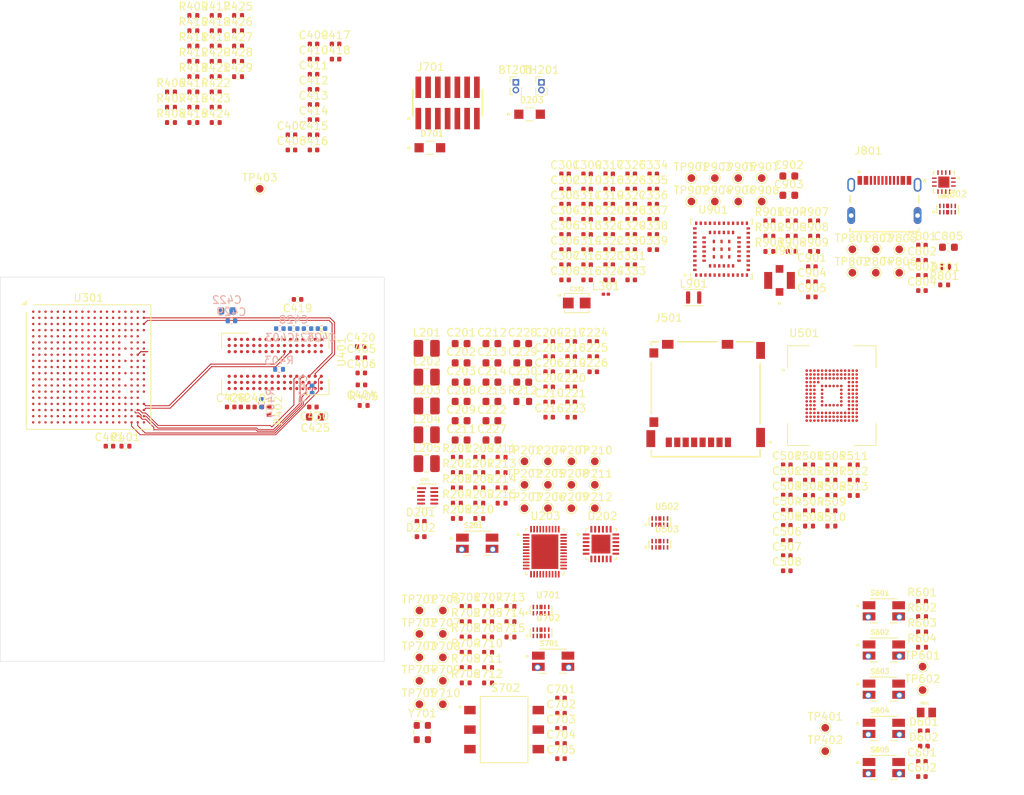
<source format=kicad_pcb>
(kicad_pcb (version 20241229) (generator "pcbnew") (generator_version "9.0")
  (layers (0 "F.Cu" signal) (2 "B.Cu" signal) (13 "F.Paste" user) (15 "B.Paste" user) (5 "F.SilkS" user "F.Silkscreen") (7 "B.SilkS" user "B.Silkscreen") (1 "F.Mask" user) (3 "B.Mask" user) (25 "Edge.Cuts" user))
  (net 0 "")
  (net 1 "GND")
  (net 2 "VDD_USB")
  (net 3 "VDDA")
  (net 4 "3V3")
  (net 5 "VIN")
  (net 6 "VTT_DDR")
  (net 7 "VREF_DDR")
  (net 8 "VDD_DDR")
  (net 9 "VDD_CORE")
  (net 10 "VDD")
  (net 11 "/RCC_BOOT_RST_DEBUG/OSC_IN")
  (net 12 "NRST")
  (net 13 "+BATT")
  (net 14 "V_USB")
  (net 15 "/PWR/REGN")
  (net 16 "PWR_SW_WAKE_UP")
  (net 17 "CHRG_NPG")
  (net 18 "CHRG_STAT")
  (net 19 "SDMMC3_CMD")
  (net 20 "SDMMC3_D0")
  (net 21 "SDMMC3_D1")
  (net 22 "SDMMC3_D2")
  (net 23 "CHRG_OFF")
  (net 24 "PWR_ON")
  (net 25 "/RCC_BOOT_RST_DEBUG/T_JTMS{slash}T_SWDIO")
  (net 26 "/RCC_BOOT_RST_DEBUG/T_JCLK{slash}T_SWCLK")
  (net 27 "/RCC_BOOT_RST_DEBUG/T_JTDO{slash}T_SWO")
  (net 28 "/RCC_BOOT_RST_DEBUG/T_JTDI{slash}NC")
  (net 29 "UART4_RX_STM")
  (net 30 "UART4_TX_STM")
  (net 31 "USB_D-")
  (net 32 "USB_D+")
  (net 33 "USB_CC2")
  (net 34 "USB_CC1")
  (net 35 "/DDR/DDR_A9")
  (net 36 "PMIC_PA0_WKUP_INTR")
  (net 37 "/DDR/DDR_DQ1")
  (net 38 "SDMMC1_D1")
  (net 39 "uSD_DETECT")
  (net 40 "/DDR/DDR_DQ4")
  (net 41 "/DDR/DDR_DQ12")
  (net 42 "/DDR/DDR_A7")
  (net 43 "/DDR/DDR_DQ7")
  (net 44 "/DDR/DDR_A5")
  (net 45 "/DDR/DDR_A4")
  (net 46 "/DDR/DDR_DQ8")
  (net 47 "SDMMC1_D0")
  (net 48 "/DDR/DDR_BA0")
  (net 49 "/DDR/DDR_A1")
  (net 50 "/DDR/DDR_A6")
  (net 51 "SDMMC1_D2")
  (net 52 "/DDR/DDR_DQ6")
  (net 53 "/DDR/DDR_WEN")
  (net 54 "/DDR/DDR_A14")
  (net 55 "/DDR/DDR_DQM0")
  (net 56 "/DDR/DDR_DQS1_P")
  (net 57 "/DDR/DDR_DQ11")
  (net 58 "/DDR/DDR_RASN")
  (net 59 "/DDR/DDR_A0")
  (net 60 "SYS_I2C_SCL")
  (net 61 "/DDR/DDR_DQ2")
  (net 62 "/DDR/DDR_DQS0_P")
  (net 63 "/DDR/DDR_DQ9")
  (net 64 "/DDR/DDR_DQ10")
  (net 65 "/DDR/DDR_RESETN")
  (net 66 "/DDR/DDR_CSN")
  (net 67 "/DDR/DDR_DQ14")
  (net 68 "/DDR/DDR_A13")
  (net 69 "/DDR/DDR_DQ15")
  (net 70 "/DDR/DDR_DQS0_N")
  (net 71 "/DDR/DDR_CLK_N")
  (net 72 "/DDR/DDR_DQS1_N")
  (net 73 "/DDR/DDR_DQ3")
  (net 74 "/DDR/DDR_A10")
  (net 75 "/DDR/DDR_A3")
  (net 76 "SYS_I2C_SDA")
  (net 77 "/DDR/DDR_CASN")
  (net 78 "/DDR/DDR_DQM1")
  (net 79 "SDMMC1_CMD")
  (net 80 "/DDR/DDR_A8")
  (net 81 "/DDR/DDR_ODT")
  (net 82 "/DDR/DDR_A12")
  (net 83 "/DDR/DDR_A11")
  (net 84 "SDMMC1_CK")
  (net 85 "/DDR/DDR_CLK_P")
  (net 86 "/DDR/DDR_BA2")
  (net 87 "/RCC_BOOT_RST_DEBUG/OSC_OUT")
  (net 88 "/DDR/DDR_DQ13")
  (net 89 "/DDR/DDR_DQ5")
  (net 90 "/DDR/DDR_CKE")
  (net 91 "/DDR/DDR_DQ0")
  (net 92 "/DDR/DDR_BA1")
  (net 93 "SDMMC1_D3")
  (net 94 "/DDR/DDR_A2")
  (net 95 "/PWR/BATT_T")
  (net 96 "BAT_FUEL_RSDTIO")
  (net 97 "BAT_FUEL_ALARM")
  (net 98 "PMIC_WAKEUP")
  (net 99 "CHRG_OTG_ON")
  (net 100 "SDMMC2_NRST")
  (net 101 "SDMMC2_D2")
  (net 102 "SDMMC2_D3")
  (net 103 "SDMMC2_D4")
  (net 104 "SDMMC2_D5")
  (net 105 "SDMMC2_D6")
  (net 106 "SDMMC2_D7")
  (net 107 "SDMMC2_D1")
  (net 108 "SDMMC2_D0")
  (net 109 "SDMMC2_CMD")
  (net 110 "SDMMC2_CK")
  (net 111 "SDMMC3_D3")
  (net 112 "SDMMC3_CK")
  (net 113 "UART8_TX_STM")
  (net 114 "UART8_RX_STM")
  (net 115 "I2S3_WS")
  (net 116 "I2S3_SDO")
  (net 117 "I2S3_CK")
  (net 118 "I2S3_SDI")
  (net 119 "UART8_CTS_STM")
  (net 120 "UART8_RTS_STM")
  (net 121 "WL_HOST_WAKE")
  (net 122 "BT_DEV_WAKE")
  (net 123 "BT_HOST_WAKE")
  (net 124 "MCO1{slash}WIFI_LPO_IN")
  (net 125 "WL_REG_EN")
  (net 126 "BT_REG_EN")
  (net 127 "INT_USB_ctrl")
  (net 128 "Net-(U202-PMID)")
  (net 129 "Net-(U201-VIN)")
  (net 130 "Net-(C206-Pad1)")
  (net 131 "Net-(U202-BTST)")
  (net 132 "Net-(U203-LDO1OUT)")
  (net 133 "Net-(U203-LDO2OUT)")
  (net 134 "Net-(U203-LDO6OUT)")
  (net 135 "Net-(U203-INTLDO)")
  (net 136 "Net-(U301A-VDDA)")
  (net 137 "Net-(U301A-VBAT)")
  (net 138 "Net-(U301A-VREF+)")
  (net 139 "Net-(U301A-VDD1V2_DSI_PHY)")
  (net 140 "Net-(U301A-VDDA1V1_REG)")
  (net 141 "Net-(U301A-VDDA1V8_DSI)")
  (net 142 "Net-(U501A-VDDI)")
  (net 143 "Net-(U301C-PC14)")
  (net 144 "Net-(U301C-PC15)")
  (net 145 "Net-(U301E-NRST_CORE)")
  (net 146 "Net-(Y701-Tri-State)")
  (net 147 "Net-(C801-Pad2)")
  (net 148 "Net-(U901-VIN_LDO)")
  (net 149 "Net-(D601-A)")
  (net 150 "Net-(D601-K)")
  (net 151 "Net-(D602-A)")
  (net 152 "Net-(D602-K)")
  (net 153 "Net-(J501-SWITCH)")
  (net 156 "Net-(J901-Pad1)")
  (net 157 "Net-(U203-VLX1)")
  (net 158 "Net-(U203-VLX2)")
  (net 159 "Net-(U203-VLX3)")
  (net 160 "Net-(U203-VLX4)")
  (net 161 "Net-(U901-SR_VLX)")
  (net 162 "Net-(U202-~{CE})")
  (net 163 "Net-(U202-~{PG})")
  (net 164 "Net-(U202-STAT)")
  (net 165 "Net-(U202-ICHG)")
  (net 166 "Net-(U202-VSET)")
  (net 167 "Net-(U201-BATD{slash}CD)")
  (net 168 "Net-(U202-ILIM)")
  (net 169 "Net-(BT201--)")
  (net 170 "Net-(U203-~{RST})")
  (net 171 "Net-(U301B-DDR_ZQ)")
  (net 172 "Net-(U401-ZQ)")
  (net 173 "Net-(U501A-CLK)")
  (net 176 "Net-(U301E-PDR_ON_CORE)")
  (net 177 "Net-(U301E-BOOT1)")
  (net 178 "Net-(U301E-PDR_ON)")
  (net 179 "Net-(U301E-BOOT0)")
  (net 180 "Net-(Y701-VDD)")
  (net 181 "Net-(J701-Pad11)")
  (net 182 "Net-(U301F-USB_RREF)")
  (net 183 "Net-(U901-STRAP_0)")
  (net 184 "Net-(U901-WL_ANT)")
  (net 185 "Net-(U901-SDIO_CLK)")
  (net 216 "Net-(U301E-BOOT2)")
  (net 217 "Net-(U301B-DDR_ATO)")
  (net 218 "Net-(U301B-DDR_DTO1)")
  (net 219 "Net-(U301B-DDR_DTO0)")
  (net 220 "Net-(U301E-PWR_LP)")
  (net 221 "Net-(TP801-Pad1)")
  (net 313 "Net-(U501B-NC_5-PadH1)")
  (net 314 "Net-(U501A-NC_1-PadA1)")
  (net 315 "Net-(U501A-NC_4-PadE14)")
  (net 316 "Net-(U501A-NC_2-PadB11)")
  (net 319 "Net-(U501A-NC_3-PadD1)")
  (net 332 "Net-(U502-I{slash}O_4)")
  (footprint "Capacitor_SMD:C_0402_1005Metric" (layer "F.Cu") (at 139.95 75.53)
    (property "Reference" "C216")
    (property "Value" "1uF")
  )
  (footprint "TestPoint:TestPoint_Pad_D1.0mm" (layer "F.Cu") (at 188.55 107.99)
    (property "Reference" "TP601")
    (property "Value" "TestPoint")
  )
  (footprint "lib:XTAL_NX2012SA-32.768K-STD-MUB-1" (layer "F.Cu") (at 189.05 113.965)
    (property "Reference" "Y601")
    (property "Value" "NX2012SA-32.768K")
  )
  (footprint "Resistor_SMD:R_0402_1005Metric" (layer "F.Cu") (at 90.73 35.19)
    (property "Reference" "R407")
    (property "Value" "56")
  )
  (footprint "TestPoint:TestPoint_Pad_D1.0mm" (layer "F.Cu") (at 145.89 87.38)
    (property "Reference" "TP212")
    (property "Value" "TestPoint")
  )
  (footprint "Capacitor_SMD:C_0402_1005Metric" (layer "F.Cu") (at 139.95 73.56)
    (property "Reference" "C210")
    (property "Value" "10nF")
  )
  (footprint "Resistor_SMD:R_0402_1005Metric" (layer "F.Cu") (at 132 104.14)
    (property "Reference" "R709")
    (property "Value" "10k")
  )
  (footprint "Package_BGA:ST_LFBGA-354_16x16mm_Layout19x19_P0.8mm" (layer "F.Cu") (at 80 69)
    (property "Reference" "U301")
    (property "Value" "STM32MP157FABx")
  )
  (footprint "TestPoint:TestPoint_Pad_D1.0mm" (layer "F.Cu") (at 167.61 47.46)
    (property "Reference" "TP908")
    (property "Value" "TestPoint")
  )
  (footprint "Resistor_SMD:R_0402_1005Metric" (layer "F.Cu") (at 171.52 51.97)
    (property "Reference" "R905")
    (property "Value" "47k")
  )
  (footprint "Resistor_SMD:R_0402_1005Metric" (layer "F.Cu") (at 90.73 33.2)
    (property "Reference" "R406")
    (property "Value" "56")
  )
  (footprint "Capacitor_SMD:C_0402_1005Metric" (layer "F.Cu") (at 174.14 55.94)
    (property "Reference" "C901")
    (property "Value" "4.7uF")
  )
  (footprint "TestPoint:TestPoint_Pad_D1.0mm" (layer "F.Cu") (at 158.46 44.41)
    (property "Reference" "TP901")
    (property "Value" "TestPoint")
  )
  (footprint "Resistor_SMD:R_0402_1005Metric" (layer "F.Cu") (at 133.76 86.72)
    (property "Reference" "R215")
    (property "Value" "0")
  )
  (footprint "Resistor_SMD:R_0402_1005Metric" (layer "F.Cu") (at 129.09 108.12)
    (property "Reference" "R705")
    (property "Value" "0")
  )
  (footprint "Capacitor_SMD:C_0402_1005Metric" (layer "F.Cu") (at 109.28 34.84)
    (property "Reference" "C413")
    (property "Value" "100nF")
  )
  (footprint "lib:SW_EVQ-9P701P" (layer "F.Cu") (at 183.505 100.73)
    (property "Reference" "S601")
    (property "Value" "EVQ-9P701P")
  )
  (footprint "TestPoint:TestPoint_Pad_D1.0mm" (layer "F.Cu") (at 142.84 81.28)
    (property "Reference" "TP207")
    (property "Value" "TestPoint")
  )
  (footprint "Resistor_SMD:R_0402_1005Metric" (layer "F.Cu") (at 176.68 87.71)
    (property "Reference" "R509")
    (property "Value" "47k")
  )
  (footprint "Resistor_SMD:R_0402_1005Metric" (layer "F.Cu") (at 173.77 87.71)
    (property "Reference" "R504")
    (property "Value" "47k")
  )
  (footprint "Capacitor_SMD:C_0603_1608Metric" (layer "F.Cu") (at 136.51 65.95)
    (property "Reference" "C228")
    (property "Value" "22uF")
  )
  (footprint "Capacitor_SMD:C_0603_1608Metric" (layer "F.Cu") (at 132.5 78.5)
    (property "Reference" "C227")
    (property "Value" "22uF")
  )
  (footprint "Capacitor_SMD:C_0603_1608Metric" (layer "F.Cu") (at 132.5 68.46)
    (property "Reference" "C213")
    (property "Value" "10uF")
  )
  (footprint "TestPoint:TestPoint_Pad_D1.0mm" (layer "F.Cu") (at 161.51 44.41)
    (property "Reference" "TP903")
    (property "Value" "TestPoint")
  )
  (footprint "Resistor_SMD:R_0402_1005Metric" (layer "F.Cu") (at 133.76 80.75)
    (property "Reference" "R211")
    (property "Value" "240")
  )
  (footprint "Resistor_SMD:R_0402_1005Metric" (layer "F.Cu") (at 176.68 85.72)
    (property "Reference" "R508")
    (property "Value" "47k")
  )
  (footprint "Resistor_SMD:R_0402_1005Metric" (layer "F.Cu") (at 173.77 83.73)
    (property "Reference" "R502")
    (property "Value" "47k")
  )
  (footprint "TestPoint:TestPoint_Pad_D1.0mm" (layer "F.Cu") (at 123.06 103.74)
    (property "Reference" "TP702")
    (property "Value" "TestPoint")
  )
  (footprint "Capacitor_SMD:C_0603_1608Metric" (layer "F.Cu") (at 132.5 73.48)
    (property "Reference" "C215")
    (property "Value" "10uF")
  )
  (footprint "Resistor_SMD:R_0402_1005Metric" (layer "F.Cu") (at 173.77 89.7)
    (property "Reference" "R505")
    (property "Value" "47k")
  )
  (footprint "Capacitor_SMD:C_0402_1005Metric" (layer "F.Cu") (at 109.2 74.2 180)
    (property "Reference" "C430")
    (property "Value" "100nF")
  )
  (footprint "Resistor_SMD:R_0402_1005Metric" (layer "F.Cu") (at 191.36 58.31)
    (property "Reference" "R801")
    (property "Value" "3k")
  )
  (footprint "Capacitor_SMD:C_0402_1005Metric" (layer "F.Cu") (at 109.28 30.9)
    (property "Reference" "C411")
    (property "Value" "100nF")
  )
  (footprint "Capacitor_SMD:C_0402_1005Metric" (layer "F.Cu") (at 147.76 47.81)
    (property "Reference" "C319")
    (property "Value" "1uF")
  )
  (footprint "Capacitor_SMD:C_0402_1005Metric" (layer "F.Cu") (at 147.76 43.87)
    (property "Reference" "C317")
    (property "Value" "1uF")
  )
  (footprint "Capacitor_SMD:C_0402_1005Metric" (layer "F.Cu") (at 109.28 32.87)
    (property "Reference" "C412")
    (property "Value" "100nF")
  )
  (footprint "Capacitor_SMD:C_0603_1608Metric" (layer "F.Cu") (at 128.49 68.46)
    (property "Reference" "C202")
    (property "Value" "10uF")
  )
  (footprint "Resistor_SMD:R_0402_1005Metric" (layer "F.Cu") (at 132 100.16)
    (property "Reference" "R707")
    (property "Value" "0")
  )
  (footprint "Resistor_SMD:R_0402_1005Metric" (layer "F.Cu") (at 132 106.13)
    (property "Reference" "R710")
    (property "Value" "10k")
  )
  (footprint "Capacitor_SMD:C_0402_1005Metric" (layer "F.Cu") (at 82.72 79.3)
    (property "Reference" "C401")
    (property "Value" "100nF")
  )
  (footprint "Resistor_SMD:R_0402_1005Metric" (layer "F.Cu") (at 132 108.12)
    (property "Reference" "R711")
    (property "Value" "10k")
  )
  (footprint "Capacitor_SMD:C_0402_1005Metric" (layer "F.Cu") (at 188.47 53.14)
    (property "Reference" "C801")
    (property "Value" "100nF")
  )
  (footprint "Resistor_SMD:R_0402_1005Metric" (layer "F.Cu") (at 132 102.15)
    (property "Reference" "R708")
    (property "Value" "0")
  )
  (footprint "Resistor_SMD:R_0402_1005Metric" (layer "F.Cu") (at 130.85 82.74)
    (property "Reference" "R207")
    (property "Value" "0")
  )
  (footprint "Capacitor_SMD:C_0603_1608Metric" (layer "F.Cu") (at 191.91 53.41)
    (property "Reference" "C805")
    (property "Value" "10uF")
  )
  (footprint "Capacitor_SMD:C_0402_1005Metric" (layer "F.Cu") (at 150.63 47.81)
    (property "Reference" "C327")
    (property "Value" "100nF")
  )
  (footprint "TestPoint:TestPoint_Pad_D1.0mm" (layer "F.Cu") (at 139.79 81.28)
    (property "Reference" "TP204")
    (property "Value" "TestPoint")
  )
  (footprint "Capacitor_SMD:C_0402_1005Metric" (layer "F.Cu") (at 188.47 59.05)
    (property "Reference" "C804")
    (property "Value" "100nF")
  )
  (footprint "Capacitor_SMD:C_0402_1005Metric" (layer "F.Cu") (at 109.28 40.75)
    (property "Reference" "C416")
    (property "Value" "100nF")
  )
  (footprint "Capacitor_SMD:C_0402_1005Metric" (layer "F.Cu") (at 145.69 69.62)
    (property "Reference" "C226")
    (property "Value" "4.7uF")
  )
  (footprint "TestPoint:TestPoint_Pad_D1.0mm" (layer "F.Cu") (at 136.74 81.28)
    (property "Reference" "TP201")
    (property "Value" "TestPoint")
  )
  (footprint "Resistor_SMD:R_0402_1005Metric" (layer "F.Cu") (at 133.76 82.74)
    (property "Reference" "R213")
    (property "Value" "5k23")
  )
  (footprint "Capacitor_SMD:C_0402_1005Metric" (layer "F.Cu") (at 142.82 69.62)
    (property "Reference" "C219")
    (property "Value" "1uF")
  )
  (footprint "Capacitor_SMD:C_0402_1005Metric" (layer "F.Cu") (at 141.49 116.03)
    (property "Reference" "C703")
    (property "Value" "6.8pF")
  )
  (footprint "Capacitor_SMD:C_0402_1005Metric" (layer "F.Cu") (at 141.49 118)
    (property "Reference" "C704")
    (property "Value" "10nF")
  )
  (footprint "Resistor_SMD:R_0402_1005Metric" (layer "F.Cu") (at 103.5 74.7 -90)
    (property "Reference" "R402")
    (property "Value" "240")
  )
  (footprint "Capacitor_SMD:C_0402_1005Metric" (layer "F.Cu") (at 147.76 55.69)
    (property "Reference" "C323")
    (property "Value" "1uF")
  )
  (footprint "TestPoint:TestPoint_Pad_D1.0mm" (layer "F.Cu") (at 139.79 84.33)
    (property "Reference" "TP205")
    (property "Value" "TestPoint")
  )
  (footprint "Capacitor_SMD:C_0402_1005Metric" (layer "F.Cu") (at 145.69 65.68)
    (property "Reference" "C224")
    (property "Value" "4.7uF")
  )
  (footprint "TestPoint:TestPoint_Pad_D1.0mm" (layer "F.Cu") (at 179.41 56.73)
    (property "Reference" "TP802")
    (property "Value" "TestPoint")
  )
  (footprint "Capacitor_SMD:C_0402_1005Metric" (layer "F.Cu") (at 100.3 74.2)
    (property "Reference" "C424")
    (property "Value" "100nF")
  )
  (footprint "Resistor_SMD:R_0402_1005Metric" (layer "F.Cu") (at 93.64 33.2)
    (property "Reference" "R414")
    (property "Value" "56")
  )
  (footprint "TestPoint:TestPoint_Pad_D1.0mm" (layer "F.Cu") (at 182.46 56.73)
    (property "Reference" "TP804")
    (property "Value" "TestPoint")
  )
  (footprint "Resistor_SMD:R_0402_1005Metric" (layer "F.Cu") (at 179.59 81.74)
    (property "Reference" "R511")
    (property "Value" "47k")
  )
  (footprint "lib:BGA153N50P14X14_1300X1150X100N" (layer "F.Cu") (at 176.72 72.72)
    (property "Reference" "U501")
    (property "Value" "EMMC04G-W627-M06U")
  )
  (footprint "Capacitor_SMD:C_0402_1005Metric" (layer "F.Cu") (at 139.95 71.59)
    (property "Reference" "C207")
    (property "Value" "4.7uF")
  )
  (footprint "TestPoint:TestPoint_Pad_D1.0mm" (layer "F.Cu") (at 182.46 53.68)
    (property "Reference" "TP803")
    (property "Value" "TestPoint")
  )
  (footprint "Resistor_SMD:R_0402_1005Metric" (layer "F.Cu") (at 96.55 37.18)
    (property "Reference" "R424")
    (property "Value" "56")
  )
  (footprint "Capacitor_SMD:C_0402_1005Metric" (layer "F.Cu") (at 139.95 65.68)
    (property "Reference" "C204")
    (property "Value" "220nF")
  )
  (footprint "Inductor_SMD:L_1008_2520Metric" (layer "F.Cu") (at 124.01 66.57)
    (property "Reference" "L201")
    (property "Value" "1uH")
  )
  (footprint "Resistor_SMD:R_0402_1005Metric" (layer "F.Cu") (at 129.09 104.14)
    (property "Reference" "R703")
    (property "Value" "0")
  )
  (footprint "lib:SW_EVQ-9P701P" (layer "F.Cu") (at 183.505 121.13)
    (property "Reference" "S605")
    (property "Value" "EVQ-9P701P")
  )
  (footprint "Resistor_SMD:R_0402_1005Metric" (layer "F.Cu") (at 90.73 37.18)
    (property "Reference" "R408")
    (property "Value" "56")
  )
  (footprint "LED_SMD:LED_0402_1005Metric" (layer "F.Cu") (at 188.715 118.35)
    (property "Reference" "D602")
    (property "Value" "LED_R")
  )
  (footprint "TestPoint:TestPoint_Pad_D1.0mm" (layer "F.Cu") (at 164.56 44.41)
    (property "Reference" "TP905")
    (property "Value" "TestPoint")
  )
  (footprint "Inductor_SMD:L_1008_2520Metric" (layer "F.Cu") (at 124.01 77.82)
    (property "Reference" "L204")
    (property "Value" "1uH")
  )
  (footprint "TestPoint:TestPoint_Pad_D1.0mm" (layer "F.Cu") (at 142.84 87.38)
    (property "Reference" "TP209")
    (property "Value" "TestPoint")
  )
  (footprint "Resistor_SMD:R_0402_1005Metric" (layer "F.Cu") (at 174.43 49.98)
    (property "Reference" "R907")
    (property "Value" "47k")
  )
  (footprint "Capacitor_SMD:C_0402_1005Metric" (layer "F.Cu") (at 153.5 53.72)
    (property "Reference" "C339")
    (property "Value" "100nF")
  )
  (footprint "Resistor_SMD:R_0402_1005Metric" (layer "F.Cu") (at 133.76 84.73)
    (property "Reference" "R214")
    (property "Value" "30k1")
  )
  (footprint "lib:SW_EVQ-9P701P" (layer "F.Cu") (at 140.465 107.29)
    (property "Reference" "S701")
    (property "Value" "EVQ-9P701P")
  )
  (footprint "Capacitor_SMD:C_0402_1005Metric" (layer "F.Cu") (at 112.15 26.96)
    (property "Reference" "C417")
    (property "Value" "100nF")
  )
  (footprint "Capacitor_SMD:C_0402_1005Metric" (layer "F.Cu") (at 174.14 57.91)
    (property "Reference" "C904")
    (property "Value" "100nF")
  )
  (footprint "lib:SW_EVQ-9P701P" (layer "F.Cu") (at 183.505 110.93)
    (property "Reference" "S603")
    (property "Value" "EVQ-9P701P")
  )
  (footprint "Resistor_SMD:R_0402_1005Metric" (layer "F.Cu") (at 130.85 80.75)
    (property "Reference" "R206")
    (property "Value" "220")
  )
  (footprint "Capacitor_SMD:C_0402_1005Metric" (layer "F.Cu") (at 153.5 43.87)
    (property "Reference" "C334")
    (property "Value" "2.2uF")
  )
  (footprint "Capacitor_SMD:C_0402_1005Metric" (layer "F.Cu") (at 188.46 120.33)
    (property "Reference" "C601")
    (property "Value" "6.8pF")
  )
  (footprint "Capacitor_SMD:C_0402_1005Metric" (layer "F.Cu") (at 142.02 51.75)
    (property "Reference" "C305")
    (property "Value" "1uF")
  )
  (footprint "Capacitor_SMD:C_0402_1005Metric" (layer "F.Cu") (at 170.88 83.7)
    (property "Reference" "C502")
    (property "Value" "100nF")
  )
  (footprint "Resistor_SMD:R_0402_1005Metric" (layer "F.Cu") (at 96.55 33.2)
    (property "Reference" "R422")
    (property "Value" "56")
  )
  (footprint "lib:QFN40P600X500X80-45N" (layer "F.Cu") (at 139.39 93.035)
    (property "Reference" "U203")
    (property "Value" "STPMIC1APQR")
  )
  (footprint "Capacitor_SMD:C_0402_1005Metric" (layer "F.Cu") (at 170.88 95.52)
    (property "Reference" "C508")
    (property "Value" "4.7uF")
  )
  (footprint "Capacitor_SMD:C_0402_1005Metric" (layer "F.Cu") (at 142.82 67.65)
    (property "Reference" "C218")
    (property "Value" "4.7uF")
  )
  (footprint "lib:MLP14_2P5X2P5_ONS" (layer "F.Cu") (at 191.3196 44.9296)
    (property "Reference" "U801")
    (property "Value" "FUSB302BMPX")
  )
  (footprint "Resistor_SMD:R_0402_1005Metric" (layer "F.Cu") (at 127.94 88.71)
    (property "Reference" "R205")
    (property "Value" "2k2")
  )
  (footprint "Inductor_SMD:L_1008_2520Metric" (layer "F.Cu") (at 124.01 74.07)
    (property "Reference" "L203")
    (property "Value" "1uH")
  )
  (footprint "Resistor_SMD:R_0402_1005Metric" (layer "F.Cu") (at 173.77 81.74)
    (property "Reference" "R501")
    (property "Value" "22")
  )
  (footprint "Resistor_SMD:R_0402_1005Metric" (layer "F.Cu") (at 171.52 53.96)
    (property "Reference" "R906")
    (property "Value" "47k")
  )
  (footprint "Capacitor_SMD:C_0402_1005Metric" (layer "F.Cu") (at 112.15 28.93)
    (property "Reference" "C418")
    (property "Value" "100nF")
  )
  (footprint "Resistor_SMD:R_0402_1005Metric" (layer "F.Cu") (at 96.55 25.24)
    (property "Reference" "R418")
    (property "Value" "56")
  )
  (footprint "Capacitor_SMD:C_0603_1608Metric" (layer "F.Cu") (at 171.14 46.65)
    (property "Reference" "C903")
    (property "Value" "10uF")
  )
  (footprint "TestPoint:TestPoint_Pad_D1.0mm" (layer "F.Cu") (at 142.84 84.33)
    (property "Reference" "TP208")
    (property "Value" "TestPoint")
  )
  (footprint "Connector_PinHeader_1.00mm:PinHeader_1x02_P1.00mm_Vertical" (layer "F.Cu") (at 135.615 31.95)
    (property "Reference" "BT201")
    (property "Value" "Battery_Cell")
  )
  (footprint "Resistor_SMD:R_0402_1005Metric" (layer "F.Cu") (at 130.85 84.73)
    (property "Reference" "R208")
    (property "Value" "10k")
  )
  (footprint "Capacitor_SMD:C_0402_1005Metric" (layer "F.Cu") (at 102.1 74.2)
    (property "Reference" "C402")
    (property "Value" "100nF")
  )
  (footprint "Capacitor_SMD:C_0402_1005Metric" (layer "F.Cu") (at 144.89 57.66)
    (property "Reference" "C316")
    (property "Value" "1uF")
  )
  (footprint "Capacitor_SMD:C_0402_1005Metric" (layer "F.Cu") (at 188.46 122.3)
    (property "Reference" "C602")
    (property "Value" "6.8pF")
  )
  (footprint "Capacitor_SMD:C_0402_1005Metric" (layer "F.Cu") (at 153.5 45.84)
    (property "Reference" "C335")
    (property "Value" "1uF")
  )
  (footprint "Resistor_SMD:R_0402_1005Metric" (layer "F.Cu") (at 93.64 37.18)
    (property "Reference" "R416")
    (property "Value" "56")
  )
  (footprint "Resistor_SMD:R_0402_1005Metric" (layer "F.Cu") (at 129.09 100.16)
    (property "Reference" "R701")
    (property "Value" "10k")
  )
  (footprint "lib:MOLEX_73412-0110" (layer "F.Cu") (at 169.93 57.73)
    (property "Reference" "J901")
    (property "Value" "73412-0110")
  )
  (footprint "lib:IC_HSP051-4M10" (layer "F.Cu") (at 154.353 89.12)
    (property "Reference" "U502")
    (property "Value" "HSP051-4M10")
  )
  (footprint "lib:IC_HSP051-4M10" (layer "F.Cu") (at 154.353 92.07)
    (property "Reference" "U503")
    (property "Value" "HSP051-4M10")
  )
  (footprint "Capacitor_SMD:C_0402_1005Metric" (layer "F.Cu") (at 145.69 67.65)
    (property "Reference" "C225")
    (property "Value" "4.7uF")
  )
  (footprint "Resistor_SMD:R_0402_1005Metric" (layer "F.Cu") (at 129.09 106.13)
    (property "Reference" "R704")
    (property "Value" "0")
  )
  (footprint "Capacitor_SMD:C_0402_1005Metric" (layer "F.Cu") (at 170.88 91.58)
    (property "Reference" "C506")
    (property "Value" "2.2uF")
  )
  (footprint "Capacitor_SMD:C_0402_1005Metric" (layer "F.Cu") (at 174.14 59.88)
    (property "Reference" "C905")
    (property "Value" "100nF")
  )
  (footprint "Capacitor_SMD:C_0402_1005Metric" (layer "F.Cu") (at 141.49 112.09)
    (property "Reference" "C701")
    (property "Value" "10nF")
  )
  (footprint "Capacitor_SMD:C_0402_1005Metric" (layer "F.Cu") (at 107.2 60.2 180)
    (property "Reference" "C419")
    (property "Value" "1uF")
  )
  (footprint "TestPoint:TestPoint_Pad_D1.0mm" (layer "F.Cu") (at 145.89 81.28)
    (property "Reference" "TP210")
    (property "Value" "TestPoint")
  )
  (footprint "Capacitor_SMD:C_0402_1005Metric" (layer "F.Cu") (at 144.89 43.87)
    (property "Reference" "C309")
    (property "Value" "1uF")
  )
  (footprint "TestPoint:TestPoint_Pad_D1.0mm" (layer "F.Cu") (at 126.11 103.74)
    (property "Reference" "TP707")
    (property "Value" "TestPoint")
  )
  (footprint "Capacitor_SMD:C_0402_1005Metric" (layer "F.Cu") (at 153.5 47.81)
    (property "Reference" "C336")
    (property "Value" "2.2uF")
  )
  (footprint "Resistor_SMD:R_0402_1005Metric" (layer "F.Cu") (at 127.94 84.73)
    (property "Reference" "R203")
    (property "Value" "0")
  )
  (footprint "LED_SMD:LED_0402_1005Metric" (layer "F.Cu") (at 123.225 89.09)
    (property "Reference" "D201")
    (property "Value" "LED_R")
  )
  (footprint "Capacitor_SMD:C_0603_1608Metric" (layer "F.Cu") (at 128.49 75.99)
    (property "Reference" "C209")
    (property "Value" "10uF")
  )
  (footprint "Inductor_SMD:L_1008_2520Metric" (layer "F.Cu") (at 124.01 70.32)
    (property "Reference" "L202")
    (property "Value" "1uH")
  )
  (footprint "Capacitor_SMD:C_0402_1005Metric" (layer "F.Cu") (at 142.02 43.87)
    (property "Reference" "C301")
    (property "Value" "1uF")
  )
  (footprint "Resistor_SMD:R_0402_1005Metric" (layer "F.Cu") (at 129.09 102.15)
    (property "Reference" "R702")
    (property "Value" "0")
  )
  (footprint "lib:TVS_PTVS3V3S1UR" (layer "F.Cu") (at 124.42 40.46)
    (property "Reference" "D701")
    (property "Value" "PTVS3V3S1UR")
  )
  (footprint "Resistor_SMD:R_0402_1005Metric" (layer "F.Cu") (at 93.64 25.24)
    (property "Reference" "R410")
    (property "Value" "56")
  )
  (footprint "lib:GCT_MEM2090-00-145-00-A_REVA" (layer "F.Cu") (at 160.32 80.67)
    (property "Reference" "J501")
    (property "Value" "MEM2090-00-145-00-A_REVA")
  )
  (footprint "Resistor_SMD:R_0402_1005Metric" (layer "F.Cu") (at 168.61 49.98)
    (property "Reference" "R901")
    (property "Value" "0")
  )
  (footprint "Resistor_SMD:R_0402_1005Metric" (layer "F.Cu") (at 173.77 85.72)
    (property "Reference" "R503")
    (property "Value" "47k")
  )
  (footprint "Resistor_SMD:R_0402_1005Metric" (layer "F.Cu") (at 174.43 51.97)
    (property "Reference" "R908")
    (property "Value" "47k")
  )
  (footprint "lib:CAPCP3225X100N" (layer "F.Cu") (at 143.535 60.67)
    (property "Reference" "C332")
    (property "Value" "CPH3225A")
  )
  (footprint "TestPoint:TestPoint_Pad_D1.0mm" (layer "F.Cu") (at 136.74 87.38)
    (property "Reference" "TP203")
    (property "Value" "TestPoint")
  )
  (footprint "Capacitor_SMD:C_0402_1005Metric" (layer "F.Cu") (at 144.89 55.69)
    (property "Reference" "C315")
    (property "Value" "1uF")
  )
  (footprint "Resistor_SMD:R_0402_1005Metric" (layer "F.Cu") (at 188.48 105.47)
    (property "Reference" "R604")
    (property "Value" "4k7")
  )
  (footprint "TestPoint:TestPoint_Pad_D1.0mm" (layer "F.Cu") (at 185.51 53.68)
    (property "Reference" "TP805")
    (property "Value" "TestPoint")
  )
  (footprint "Capacitor_SMD:C_0402_1005Metric" (layer "F.Cu") (at 150.63 51.75)
    (property "Reference" "C329")
    (property "Value" "1uF")
  )
  (footprint "Resistor_SMD:R_0402_1005Metric" (layer "F.Cu") (at 99.46 25.24)
    (property "Reference" "R426")
    (property "Value" "56")
  )
  (footprint "TestPoint:TestPoint_Pad_D1.0mm" (layer "F.Cu") (at 123.06 106.79)
    (property "Reference" "TP703")
    (property "Value" "TestPoint")
  )
  (footprint "Resistor_SMD:R_0402_1005Metric" (layer "F.Cu") (at 130.85 86.72)
    (property "Reference" "R209")
    (property "Value" "1k")
  )
  (footprint "Capacitor_SMD:C_0402_1005Metric" (layer "F.Cu") (at 109.28 36.81)
    (property "Reference" "C414")
    (property "Value" "100nF")
  )
  (footprint "TestPoint:TestPoint_Pad_D1.0mm" (layer "F.Cu") (at 145.89 84.33)
    (property "Reference" "TP211")
    (property "Value" "TestPoint")
  )
  (footprint "Resistor_SMD:R_0402_1005Metric" (layer "F.Cu") (at 134.91 100.16)
    (property "Reference" "R713")
    (property "Value" "1k")
  )
  (footprint "Resistor_SMD:R_0402_1005Metric" (layer "F.Cu") (at 96.55 35.19)
    (property "Reference" "R423")
    (property "Value" "56")
  )
  (footprint "Capacitor_SMD:C_0402_1005Metric" (layer "F.Cu") (at 147.76 57.66)
    (property "Reference" "C324")
    (property "Value" "1nF")
  )
  (footprint "Capacitor_SMD:C_0402_1005Metric" (layer "F.Cu") (at 109.28 28.93)
    (property "Reference" "C410")
    (property "Value" "100nF")
  )
  (footprint "TestPoint:TestPoint_Pad_D1.0mm" (layer "F.Cu") (at 126.11 106.79)
    (property "Reference" "TP708")
    (property "Value" "TestPoint")
  )
  (footprint "Capacitor_SMD:C_0603_1608Metric" (layer "F.Cu") (at 128.49 65.95)
    (property "Reference" "C201")
    (property "Value" "10uF")
  )
  (footprint "Resistor_SMD:R_0402_1005Metric" (layer "F.Cu") (at 130.85 88.71)
    (property "Reference" "R210")
    (property "Value" "1k")
  )
  (footprint "TestPoint:TestPoint_Pad_D1.0mm" (layer "F.Cu") (at 136.74 84.33)
    (property "Reference" "TP202")
    (property "Value" "TestPoint")
  )
  (footprint "Resistor_SMD:R_0402_1005Metric" (layer "F.Cu") (at 96.55 27.23)
    (property "Reference" "R419")
    (property "Value" "56")
  )
  (footprint "Capacitor_SMD:C_0402_1005Metric" (layer "F.Cu") (at 153.5 51.75)
    (property "Reference" "C338")
    (property "Value" "2.2uF")
  )
  (footprint "Capacitor_SMD:C_0603_1608Metric" (layer "F.Cu") (at 132.5 65.95)
    (property "Reference" "C212")
    (property "Value" "10uF")
  )
  (footprint "Capacitor_SMD:C_0603_1608Metric" (layer "F.Cu") (at 128.49 78.5)
    (property "Reference" "C211")
    (property "Value" "10uF")
  )
  (footprint "Capacitor_SMD:C_0402_1005Metric" (layer "F.Cu") (at 142.82 65.68)
    (property "Reference" "C217")
    (property "Value" "1uF")
  )
  (footprint "Capacitor_SMD:C_0603_1608Metric" (layer "F.Cu") (at 136.51 70.97)
    (property "Reference" "C230")
    (property "Value" "22uF")
  )
  (footprint "Capacitor_SMD:C_0603_1608Metric" (layer "F.Cu") (at 128.49 73.48)
    (property "Reference" "C208")
    (property "Value" "10uF")
  )
  (footprint "Resistor_SMD:R_0402_1005Metric" (layer "F.Cu") (at 168.61 53.96)
    (property "Reference" "R903")
    (property "Value" "0")
  )
  (footprint "Capacitor_SMD:C_0402_1005Metric" (layer "F.Cu") (at 170.88 85.67)
    (property "Reference" "C503")
    (property "Value" "100nF")
  )
  (footprint "Capacitor_SMD:C_0402_1005Metric" (layer "F.Cu") (at 141.49 114.06)
    (property "Reference" "C702")
    (property "Value" "10nF")
  )
  (footprint "Capacitor_SMD:C_0603_1608Metric" (layer "F.Cu") (at 132.5 70.97)
    (property "Reference" "C214")
    (property "Value" "10uF")
  )
  (footprint "Capacitor_SMD:C_0603_1608Metric" (layer "F.Cu") (at 171.14 44.14)
    (property "Reference" "C902")
    (property "Value" "10uF")
  )
  (footprint "TestPoint:TestPoint_Pad_D1.0mm" (layer "F.Cu") (at 126.11 109.84)
    (property "Reference" "TP709")
    (property "Value" "TestPoint")
  )
  (footprint "LED_SMD:LED_0402_1005Metric" (layer "F.Cu") (at 123.225 91.08)
    (property "Reference" "D202")
    (property "Value" "LED_B")
  )
  (footprint "Resistor_SMD:R_0402_1005Metric" (layer "F.Cu") (at 171.52 49.98)
    (property "Reference" "R904")
    (property "Value" "22")
  )
  (footprint "lib:QFN50P400X400X100-25N" (layer "F.Cu") (at 146.69 92.045)
    (property "Reference" "U202")
    (property "Value" "BQ25606RGER")
  )
  (footprint "lib:DIODE_ESDA7P120-1U1M_STM" (layer "F.Cu") (at 191.5353 55.9905)
    (property "Reference" "D801")
    (property "Value" "ESDA7P120-1U1M")
  )
  (footprint "Capacitor_SMD:C_0402_1005Metric" (layer "F.Cu") (at 150.63 53.72)
    (property "Reference" "C330")
    (property "Value" "1uF")
  )
  (footprint "lib:SW_EVQ-9P701P" (layer "F.Cu") (at 183.505 105.83)
    (property "Reference" "S602")
    (property "Value" "EVQ-9P701P")
  )
  (footprint "Capacitor_SMD:C_0402_1005Metric" (layer "F.Cu") (at 188.47 55.11)
    (property "Reference" "C802")
    (property "Value" "100nF")
  )
  (footprint "Resistor_SMD:R_0402_1005Metric" (layer "F.Cu") (at 134.91 104.14)
    (property "Reference" "R715")
    (property "Value" "100")
  )
  (footprint "Capacitor_SMD:C_0402_1005Metric" (layer "F.Cu") (at 115.42 66.33)
    (property "Reference" "C420")
    (property "Value" "100nF")
  )
  (footprint "Capacitor_SMD:C_0402_1005Metric" (layer "F.Cu") (at 147.76 53.72)
    (property "Reference" "C322")
    (property "Value" "1uF")
  )
  (footprint "Resistor_SMD:R_0402_1005Metric" (layer "F.Cu") (at 176.68 89.7)
    (property "Reference" "R510")
    (property "Value" "47k")
  )
  (footprint "Capacitor_SMD:C_0402_1005Metric" (layer "F.Cu") (at 139.95 69.62)
    (property "Reference" "C206")
    (property "Value" "47nF")
  )
  (footprint "Capacitor_SMD:C_0603_1608Metric" (layer "F.Cu") (at 109.5 75.5 180)
    (property "Reference" "C425")
    (property "Value" "10uF")
  )
  (footprint "Resistor_SMD:R_0402_1005Metric" (layer "F.Cu") (at 176.68 83.73)
    (property "Reference" "R507")
    (property "Value" "47k")
  )
  (footprint "lib:IC_HSP051-4M10" (layer "F.Cu") (at 138.893 103.59)
    (property "Reference" "U702")
    (property "Value" "HSP051-4M10")
  )
  (footprint "Capacitor_SMD:C_0402_1005Metric" (layer "F.Cu") (at 150.63 49.78)
    (property "Reference" "C328")
    (property "Value" "1uF")
  )
  (footprint "Inductor_SMD:L_Murata_DFE201610P" (layer "F.Cu") (at 158.755 59.955)
    (property "Reference" "L901")
    (property "Value" "1uH")
  )
  (footprint "TestPoint:TestPoint_Pad_D1.0mm" (layer "F.Cu") (at 179.41 53.68)
    (property "Reference" "TP801")
    (property "Value" "TestPoint")
  )
  (footprint "Resistor_SMD:R_0402_1005Metric" (layer "F.Cu") (at 93.64 23.25)
    (property "Reference" "R409")
    (property "Value" "56")
  )
  (footprint "Capacitor_SMD:C_0402_1005Metric" (layer "F.Cu") (at 115.5 69.77)
    (property "Reference" "C406")
    (property "Value" "100nF")
  )
  (footprint "TestPoint:TestPoint_Pad_D1.0mm" (layer "F.Cu") (at 185.51 56.73)
    (property "Reference" "TP806")
    (property "Value" "TestPoint")
  )
  (footprint "TestPoint:TestPoint_Pad_D1.0mm" (layer "F.Cu") (at 158.46 47.46)
    (property "Reference" "TP902")
    (property "Value" "TestPoint")
  )
  (footprint "Capacitor_SMD:C_0402_1005Metric" (layer "F.Cu") (at 142.82 71.59)
    (property "Reference" "C220")
    (property "Value" "4.7uF")
  )
  (footprint "TestPoint:TestPoint_Pad_D1.0mm" (layer "F.Cu") (at 126.11 100.69)
    (property "Reference" "TP706")
    (property "Value" "TestPoint")
  )
  (footprint "lib:XCVR_LBEE5PK2AE-771" (layer "F.Cu") (at 162.385 53.66)
    (property "Reference" "U901")
    (property "Value" "LBEE5PK2AE-771")
  )
  (footprint "TestPoint:TestPoint_Pad_D1.0mm" (layer "F.Cu") (at 161.51 47.46)
    (property "Reference" "TP904")
    (property "Value" "TestPoint")
  )
  (footprint "Capacitor_SMD:C_0402_1005Metric" (layer "F.Cu") (at 150.63 55.69)
    (property "Reference" "C331")
    (property "Value" "1uF")
  )
  (footprint "Connector_PinHeader_1.00mm:PinHeader_1x02_P1.00mm_Vertical" (layer "F.Cu") (at 138.945 31.95)
    (property "Reference" "TH201")
    (property "Value" "Thermistor")
  )
  (footprint "Capacitor_SMD:C_0402_1005Metric" (layer "F.Cu") (at 115.52 71.33 180)
    (property "Reference" "C404")
    (property "Value" "1uF")
  )
  (footprint "Capacitor_SMD:C_0402_1005Metric" (layer "F.Cu") (at 170.88 89.61)
    (property "Reference" "C505")
    (property "Value" "2.2uF")
  )
  (footprint "Resistor_SMD:R_0402_1005Metric" (layer "F.Cu") (at 84.8 79.3)
    (property "Reference" "R401")
    (property "Value" "240")
  )
  (footprint "Capacitor_SMD:C_0402_1005Metric" (layer "F.Cu") (at 144.89 53.72)
    (property "Reference" "C314")
    (property "Value" "1uF")
  )
  (footprint "lib:GCT_USB4215-03-A_REVA" (layer "F.Cu") (at 183.58 49.285)
    (property "Reference" "J801")
    (property "Value" "USB4215-03-A_REVA")
    (fp_line (start -4.62 -0.6) (end -4.62 0.6) (stroke (width 0.01)) (layer "Edge.Cuts"))
    (fp_line (start -4.02 0.6) (end -4.02 -0.6) (stroke (width 0.01)) (layer "Edge.Cuts"))
    (fp_line (start 4.02 -0.6) (end 4.02 0.6) (stroke (width 0.01)) (layer "Edge.Cuts"))
    (fp_line (start 4.62 0.6) (end 4.62 -0.6) (stroke (width 0.01)) (layer "Edge.Cuts"))
    (fp_arc (start -4.62 -0.6) (mid -4.532132 -0.812132) (end -4.32 -0.9) (stroke (width 0.01)) (layer "Edge.Cuts"))
    (fp_arc (start -4.32 -0.9) (mid -4.107868 -0.812132) (end -4.02 -0.6) (stroke (width 0.01)) (layer "Edge.Cuts"))
    (fp_arc (start -4.32 0.9) (mid -4.532132 0.812132) (end -4.62 0.6) (stroke (width 0.01)) (layer "Edge.Cuts"))
    (fp_arc (start -4.02 0.6) (mid -4.107868 0.812132) (end -4.32 0.9) (stroke (width 0.01)) (layer "Edge.Cuts"))
    (fp_arc (start 4.02 -0.6) (mid 4.107868 -0.812132) (end 4.32 -0.9) (stroke (width 0.01)) (layer "Edge.Cuts"))
    (fp_arc (start 4.32 -0.9) (mid 4.532132 -0.812132) (end 4.62 -0.6) (stroke (width 0.01)) (layer "Edge.Cuts"))
    (fp_arc (start 4.32 0.9) (mid 4.107868 0.812132) (end 4.02 0.6) (stroke (width 0.01)) (layer "Edge.Cuts"))
    (fp_arc (start 4.62 0.6) (mid 4.532132 0.812132) (end 4.32 0.9) (stroke (width 0.01)) (layer "Edge.Cuts"))
  )
  (footprint "Resistor_SMD:R_0402_1005Metric" (layer "F.Cu") (at 179.59 85.72)
    (property "Reference" "R513")
    (property "Value" "0")
  )
  (footprint "Resistor_SMD:R_0402_1005Metric" (layer "F.Cu") (at 93.64 29.22)
    (property "Reference" "R412")
    (property "Value" "56")
  )
  (footprint "Capacitor_SMD:C_0603_1608Metric" (layer "F.Cu") (at 132.5 75.99)
    (property "Reference" "C222")
    (property "Value" "10uF")
  )
  (footprint "Resistor_SMD:R_0402_1005Metric" (layer "F.Cu") (at 188.48 101.49)
    (property "Reference" "R602")
    (property "Value" "~")
  )
  (footprint "Inductor_SMD:L_1008_2520Metric" (layer "F.Cu") (at 124.01 81.57)
    (property "Reference" "L205")
    (property "Value" "1uH")
  )
  (footprint "Resistor_SMD:R_0402_1005Metric" (layer "F.Cu") (at 93.64 35.19)
    (property "Reference" "R415")
    (property "Value" "56")
  )
  (footprint "Capacitor_SMD:C_0402_1005Metric" (layer "F.Cu") (at 142.02 47.81)
    (property "Reference" "C303")
    (property "Value" "1uF")
  )
  (footprint "Capacitor_SMD:C_0402_1005Metric" (layer "F.Cu") (at 142.02 57.66)
    (property "Reference" "C308")
    (property "Value" "1uF")
  )
  (footprint "Capacitor_SMD:C_0402_1005Metric" (layer "F.Cu") (at 170.88 93.55)
    (property "Reference" "C507")
    (property "Value" "1uF")
  )
  (footprint "Capacitor_SMD:C_0402_1005Metric" (layer "F.Cu") (at 106.41 40.75)
    (property "Reference" "C408")
    (property "Value" "100nF")
  )
  (footprint "Resistor_SMD:R_0402_1005Metric" (layer "F.Cu") (at 127.94 82.74)
    (property "Reference" "R202")
    (property "Value" "10k")
  )
  (footprint "Capacitor_SMD:C_0402_1005Metric" (layer "F.Cu") (at 139.95 67.65)
    (property "Reference" "C205")
    (property "Value" "1uF")
  )
  (footprint "Capacitor_SMD:C_0402_1005Metric" (layer "F.Cu") (at 109.28 26.96)
    (property "Reference" "C409")
    (property "Value" "100nF")
  )
  (footprint "lib:SW_EVQ-9P701P" (layer "F.Cu") (at 130.585 91.93)
    (property "Reference" "S201")
    (property "Value" "EVQ-9P701P")
  )
  (footprint "Capacitor_SMD:C_0402_1005Metric" (layer "F.Cu") (at 109.28 38.78)
    (property "Reference" "C415")
    (property "Value" "100nF")
  )
  (footprint "Capacitor_SMD:C_0603_1608Metric" (layer "F.Cu") (at 136.51 68.46)
    (property "Reference" "C229")
    (property "Value" "22uF")
  )
  (footprint "Capacitor_SMD:C_0402_1005Metric" (layer "F.Cu") (at 150.63 57.66)
    (property "Reference" "C333")
    (property "Value" "1uF")
  )
  (footprint "Inductor_SMD:L_0201_0603Metric" (layer "F.Cu") (at 147.33 59.52)
    (property "Reference" "L301")
    (property "Value" "1uH")
  )
  (footprint "Resistor_SMD:R_0402_1005Metric" (layer "F.Cu") (at 96.55 31.21)
    (property "Reference" "R421")
    (property "Value" "56")
  )
  (footprint "Resistor_SMD:R_0402_1005Metric" (layer "F.Cu") (at 99.46 29.22)
    (property "Reference" "R428")
    (property "Value" "56")
  )
  (footprint "lib:TVS_PTVS3V3S1UR" (layer "F.Cu") (at 137.4 36.1)
    (property "Reference" "D203")
    (property "Value" "PTVS3V3S1UR")
  )
  (footprint "Oscillator:Oscillator_SMD_ECS_2520MV-xxx-xx-4Pin_2.5x2.0mm" (layer "F.Cu") (at 123.44 116.57)
    (property "Reference" "Y701")
    (property "Value" "ECS-2520MVQ-240")
  )
  (footprint "Capacitor_SMD:C_0402_1005Metric" (layer "F.Cu") (at 144.89 49.78)
    (property "Reference" "C312")
    (property "Value" "1uF")
  )
  (footprint "lib:IC_HSP051-4M10" (layer "F.Cu") (at 191.803 48.44)
    (property "Reference" "U802")
    (property "Value" "HSP051-4M10")
  )
  (footprint "Resistor_SMD:R_0402_1005Metric" (layer "F.Cu") (at 93.64 27.23)
    (property "Reference" "R411")
    (property "Value" "56")
  )
  (footprint "TestPoint:TestPoint_Pad_D1.0mm" (layer "F.Cu") (at 164.56 47.46)
    (property "Reference" "TP906")
    (property "Value" "TestPoint")
  )
  (footprint "Resistor_SMD:R_0402_1005Metric" (layer "F.Cu") (at 99.46 23.25)
    (property "Reference" "R425")
    (property "Value" "56")
  )
  (footprint "Capacitor_SMD:C_0402_1005Metric" (layer "F.Cu") (at 141.49 119.97)
    (property "Reference" "C705")
    (property "Value" "6.8pF")
  )
  (footprint "Capacitor_SMD:C_0402_1005Metric" (layer "F.Cu") (at 150.63 43.87)
    (property "Reference" "C325")
    (property "Value" "1nF")
  )
  (footprint "Capacitor_SMD:C_0402_1005Metric" (layer "F.Cu") (at 150.63 45.84)
    (property "Reference" "C326")
    (property "Value" "1uF")
  )
  (footprint "Capacitor_SMD:C_0603_1608Metric" (layer "F.Cu") (at 128.49 70.97)
    (property "Reference" "C203")
    (property "Value" "10uF")
  )
  (footprint "lib:BGA96C80P9X16_1400X800X120" (layer "F.Cu") (at 104.3 68.6 -90)
    (property "Reference" "U401")
    (property "Value" "MT41K256M16TW-107_P")
  )
  (footprint "Resistor_SMD:R_0402_1005Metric" (layer "F.Cu") (at 179.59 83.73)
    (property "Reference" "R512")
    (property "Value" "0")
  )
  (footprint "LED_SMD:LED_0402_1005Metric" (layer "F.Cu") (at 188.715 116.36)
    (property "Reference" "D601")
    (property "Value" "LED_B")
  )
  (footprint "Capacitor_SMD:C_0402_1005Metric" (layer "F.Cu") (at 144.89 51.75)
    (property "Reference" "C313")
    (property "Value" "1uF")
  )
  (footprint "Capacitor_SMD:C_0402_1005Metric" (layer "F.Cu") (at 144.89 47.81)
    (property "Reference" "C311")
    (property "Value" "1uF")
  )
  (footprint "TestPoint:TestPoint_Pad_D1.0mm" (layer "F.Cu") (at 188.55 111.04)
    (property "Reference" "TP602")
    (property "Value" "TestPoint")
  )
  (footprint "TestPoint:TestPoint_Pad_D1.0mm" (layer "F.Cu") (at 126.11 112.89)
    (property "Reference" "TP710")
    (property "Value" "TestPoint")
  )
  (footprint "TestPoint:TestPoint_Pad_D1.0mm" (layer "F.Cu") (at 175.88 119)
    (property "Reference" "TP402")
    (property "Value" "TestPoint")
  )
  (footprint "TestPoint:TestPoint_Pad_D1.0mm" (layer "F.Cu") (at 139.79 87.38)
    (property "Reference" "TP206")
    (property "Value" "TestPoint")
  )
  (footprint "Capacitor_SMD:C_0402_1005Metric" (layer "F.Cu") (at 147.76 49.78)
    (property "Reference" "C320")
    (property "Value" "1uF")
  )
  (footprint "Capacitor_SMD:C_0402_1005Metric" (layer "F.Cu") (at 98.5 74.2)
    (property "Reference" "C426")
    (property "Value" "100nF")
  )
  (footprint "lib:SW_EVQ-9P701P" (layer "F.Cu") (at 183.505 116.03)
    (property "Reference" "S604")
    (property "Value" "EVQ-9P701P")
  )
  (footprint "Resistor_SMD:R_0402_1005Metric" (layer "F.Cu") (at 168.61 51.97)
    (property "Reference" "R902")
    (property "Value" "0")
  )
  (footprint "Capacitor_SMD:C_0402_1005Metric" (layer "F.Cu") (at 142.02 49.78)
    (property "Reference" "C304")
    (property "Value" "1uF")
  )
  (footprint "Resistor_SMD:R_0402_1005Metric" (layer "F.Cu") (at 127.94 80.75)
    (property "Reference" "R201")
    (property "Value" "10k")
  )
  (footprint "TestPoint:TestPoint_Pad_D1.0mm" (layer "F.Cu") (at 123.06 100.69)
    (property "Reference" "TP701")
    (property "Value" "TestPoint")
  )
  (footprint "Resistor_SMD:R_0402_1005Metric" (layer "F.Cu") (at 96.55 23.25)
    (property "Reference" "R417")
    (property "Value" "56")
  )
  (footprint "Resistor_SMD:R_0603_1608Metric" (layer "F.Cu") (at 136.51 73.48)
    (property "Reference" "R212")
    (property "Value" "10m")
  )
  (footprint "lib:SW_DS04-254-2-03BK-SMT" (layer "F.Cu") (at 134.085 116.19)
    (property "Reference" "S702")
    (property "Value" "DS04-254-2-03BK-SMT")
  )
  (footprint "Capacitor_SMD:C_0402_1005Metric" (layer "F.Cu") (at 142.02 45.84)
    (property "Reference" "C302")
    (property "Value" "1uF")
  )
  (footprint "TestPoint:TestPoint_Pad_D1.0mm" (layer "F.Cu") (at 123.06 112.89)
    (property "Reference" "TP705")
    (property "Value" "TestPoint")
  )
  (footprint "lib:SON50P300X200X60-10N" (layer "F.Cu") (at 124.135 85.77)
    (property "Reference" "U201")
    (property "Value" "STC3115IQT")
  )
  (footprint "Resistor_SMD:R_0402_1005Metric" (layer "F.Cu") (at 134.91 102.15)
    (property "Reference" "R714")
    (property "Value" "10")
  )
  (footprint "TestPoint:TestPoint_Pad_D1.0mm" (layer "F.Cu") (at 102.28 45.8)
    (property "Reference" "TP403")
    (property "Value" "TestPoint")
  )
  (footprint "Resistor_SMD:R_0402_1005Metric" (layer "F.Cu") (at 99.46 27.23)
    (property "Reference" "R427")
    (property "Value" "56")
  )
  (footprint "TestPoint:TestPoint_Pad_D1.0mm" (layer "F.Cu") (at 123.06 109.84)
    (property "Reference" "TP704")
    (property "Value" "TestPoint")
  )
  (footprint "Capacitor_SMD:C_0402_1005Metric" (layer "F.Cu") (at 106.41 38.78)
    (property "Reference" "C407")
    (property "Value" "100nF")
  )
  (footprint "TestPoint:TestPoint_Pad_D1.0mm" (layer "F.Cu") (at 175.88 115.95)
    (property "Reference" "TP401")
    (property "Value" "TestPoint")
  )
  (footprint "Capacitor_SMD:C_0402_1005Metric" (layer "F.Cu") (at 153.5 49.78)
    (property "Reference" "C337")
    (property "Value" "1uF")
  )
  (footprint "Resistor_SMD:R_0402_1005Metric" (layer "F.Cu") (at 129.09 110.11)
    (property "Reference" "R706")
    (property "Value" "10k")
  )
  (footprint "TestPoint:TestPoint_Pad_D1.0mm" (layer "F.Cu") (at 167.61 44.41)
    (property "Reference" "TP907")
    (property "Value" "TestPoint")
  )
  (footprint "Capacitor_SMD:C_0402_1005Metric" (layer "F.Cu") (at 142.02 55.69)
    (property "Reference" "C307")
    (property "Value" "1uF")
  )
  (footprint "lib:SAMTEC_FTSH-107-01-L-DV-K-A" (layer "F.Cu") (at 126.73 34.63)
    (property "Reference" "J701")
    (property "Value" "FTSH-107-01-L-DV-K-A")
  )
  (footprint "Capacitor_SMD:C_0402_1005Metric" (layer "F.Cu") (at 147.76 51.75)
    (property "Reference" "C321")
    (property "Value" "1uF")
  )
  (footprint "Resistor_SMD:R_0402_1005Metric" (layer "F.Cu") (at 174.43 53.96)
    (property "Reference" "R909")
    (property "Value" "47k")
  )
  (footprint "Resistor_SMD:R_0402_1005Metric" (layer "F.Cu") (at 99.46 31.21)
    (property "Reference" "R429")
    (property "Value" "56")
  )
  (footprint "Resistor_SMD:R_0402_1005Metric" (layer "F.Cu") (at 176.68 81.74)
    (property "Reference" "R506")
    (property "Value" "47k")
  )
  (footprint "Capacitor_SMD:C_0402_1005Metric" (layer "F.Cu") (at 188.47 57.08)
    (property "Reference" "C803")
    (property "Value" "100pF")
  )
  (footprint "Capacitor_SMD:C_0402_1005Metric" (layer "F.Cu") (at 142.02 53.72)
    (property "Reference" "C306")
    (property "Value" "1uF")
  )
  (footprint "Capacitor_SMD:C_0402_1005Metric" (layer "F.Cu") (at 170.88 87.64)
    (property "Reference" "C504")
    (property "Value" "100nF")
  )
  (footprint "Capacitor_SMD:C_0402_1005Metric" (layer "F.Cu") (at 142.82 75.53)
    (property "Reference" "C223")
    (property "Value" "4.7uF")
  )
  (footprint "Resistor_SMD:R_0402_1005Metric" (layer "F.Cu") (at 188.48 103.48)
    (property "Reference" "R603")
    (property "Value" "4k7")
  )
  (footprint "Capacitor_SMD:C_0402_1005Metric" (layer "F.Cu") (at 115.5 67.8)
    (property "Reference" "C405")
    (property "Value" "100nF")
  )
  (footprint "lib:IC_HSP051-4M10" (layer "F.Cu") (at 138.893 100.64)
    (property "Reference" "U701")
    (property "Value" "HSP051-4M10")
  )
  (footprint "Resistor_SMD:R_0402_1005Metric" (layer "F.Cu") (at 96.55 29.22)
    (property "Reference" "R420")
    (property "Value" "56")
  )
  (footprint "Resistor_SMD:R_0402_1005Metric" (layer "F.Cu") (at 188.48 99.5)
    (property "Reference" "R601")
    (property "Value" "~")
  )
  (footprint "Capacitor_SMD:C_0402_1005Metric" (layer "F.Cu") (at 147.76 45.84)
    (property "Reference" "C318")
    (property "Value" "1uF")
  )
  (footprint "Capacitor_SMD:C_0402_1005Metric" (layer "F.Cu") (at 144.89 45.84)
    (property "Reference" "C310")
    (property "Value" "1uF")
  )
  (footprint "Capacitor_SMD:C_0402_1005Metric" (layer "F.Cu") (at 142.82 73.56)
    (property "Reference" "C221")
    (property "Value" "4.7uF")
  )
  (footprint "Capacitor_SMD:C_0402_1005Metric" (layer "F.Cu") (at 170.88 81.73)
    (property "Reference" "C501")
    (property "Value" "2.2uF")
  )
  (footprint "Resistor_SMD:R_0402_1005Metric" (layer "F.Cu") (at 93.64 31.21)
    (property "Reference" "R413")
    (property "Value" "56")
  )
  (footprint "Resistor_SMD:R_0402_1005Metric" (layer "F.Cu") (at 115.8 74)
    (property "Reference" "R405")
    (property "Value" "10k")
  )
  (footprint "Resistor_SMD:R_0402_1005Metric" (layer "F.Cu") (at 132 110.11)
    (property "Reference" "R712")
    (property "Value" "0")
  )
  (footprint "Resistor_SMD:R_0402_1005Metric" (layer "F.Cu") (at 127.94 86.72)
    (property "Reference" "R204")
    (property "Value" "2k2")
  )
  (footprint "Capacitor_SMD:C_0402_1005Metric" (layer "B.Cu") (at 110.32 64)
    (property "Reference" "C423")
    (property "Value" "100nF")
  )
  (footprint "Capacitor_SMD:C_0402_1005Metric" (layer "B.Cu") (at 108.5 64)
    (property "Reference" "C421")
    (property "Value" "100nF")
  )
  (footprint "Resistor_SMD:R_0402_1005Metric" (layer "B.Cu") (at 104.8 69.3 180)
    (property "Reference" "R403")
    (property "Value" "100")
  )
  (footprint "Capacitor_SMD:C_0402_1005Metric" (layer "B.Cu") (at 104.9 64)
    (property "Reference" "C403")
    (property "Value" "100nF")
  )
  (footprint "Capacitor_SMD:C_0402_1005Metric" (layer "B.Cu") (at 106.7 64 180)
    (property "Reference" "C428")
    (property "Value" "100nF")
  )
  (footprint "Capacitor_SMD:C_0603_1608Metric" (layer "B.Cu") (at 98 61.7 180)
    (property "Reference" "C422")
    (property "Value" "10uF")
  )
  (footprint "Resistor_SMD:R_0402_1005Metric" (layer "B.Cu") (at 102.5 73.7 90)
    (property "Reference" "R404")
    (property "Value" "10k")
  )
  (footprint "Capacitor_SMD:C_0402_1005Metric" (layer "B.Cu") (at 109.1 71.9 -90)
    (property "Reference" "C427")
    (property "Value" "100nF")
  )
  (footprint "Capacitor_SMD:C_0402_1005Metric" (layer "B.Cu") (at 98.6 63 180)
    (property "Reference" "C429")
    (property "Value" "100nF")
  )
  (gr_rect (start 68.5 57.3) (end 118.5 107.3) (stroke (width 0.05)) (fill no) (layer "Edge.Cuts"))
  (segment (start 86.4 76.63) (end 87.36 77.59) (width 0.1184) (layer "F.Cu") (net 41))
  (segment (start 109.1282 71.3718) (end 109.5 71) (width 0.1184) (layer "F.Cu") (net 41))
  (segment (start 104.262254 77.59) (end 107.9682 73.884053) (width 0.1184) (layer "F.Cu") (net 41))
  (segment (start 86.4 76.2) (end 86.4 76.63) (width 0.1184) (layer "F.Cu") (net 41))
  (segment (start 107.9682 73.5218) (end 109.1282 72.3618) (width 0.1184) (layer "F.Cu") (net 41))
  (segment (start 107.9682 73.884053) (end 107.9682 73.5218) (width 0.1184) (layer "F.Cu") (net 41))
  (segment (start 109.1282 72.3618) (end 109.1282 71.3718) (width 0.1184) (layer "F.Cu") (net 41))
  (segment (start 87.36 77.59) (end 104.262254 77.59) (width 0.1184) (layer "F.Cu") (net 41))
  (segment (start 96.027756 68.953576) (end 104.346424 68.953576) (width 0.123952) (layer "F.Cu") (net 56))
  (segment (start 87.2 74.6) (end 87.436424 74.363576) (width 0.123952) (layer "F.Cu") (net 56))
  (segment (start 87.436424 74.363576) (end 90.617756 74.363576) (width 0.123952) (layer "F.Cu") (net 56))
  (segment (start 104.346424 68.953576) (end 106.3 67) (width 0.123952) (layer "F.Cu") (net 56))
  (segment (start 90.617756 74.363576) (end 96.027756 68.953576) (width 0.123952) (layer "F.Cu") (net 56))
  (segment (start 101.879002 76.94) (end 102.088 77.149) (width 0.1184) (layer "F.Cu") (net 57))
  (segment (start 107.5272 70.5728) (end 107.9 70.2) (width 0.1184) (layer "F.Cu") (net 57))
  (segment (start 87.2 75.4) (end 87.48 75.4) (width 0.1184) (layer "F.Cu") (net 57))
  (segment (start 107.5272 73.701384) (end 107.5272 70.5728) (width 0.1184) (layer "F.Cu") (net 57))
  (segment (start 104.079585 77.149) (end 107.5272 73.701384) (width 0.1184) (layer "F.Cu") (net 57))
  (segment (start 89.02 76.94) (end 101.879002 76.94) (width 0.1184) (layer "F.Cu") (net 57))
  (segment (start 87.48 75.4) (end 89.02 76.94) (width 0.1184) (layer "F.Cu") (net 57))
  (segment (start 102.088 77.149) (end 104.079585 77.149) (width 0.1184) (layer "F.Cu") (net 57))
  (segment (start 86.8 67) (end 87.7 67) (width 0.1565) (layer "F.Cu") (net 59))
  (segment (start 86.4 67.4) (end 86.8 67) (width 0.1565) (layer "F.Cu") (net 59))
  (segment (start 111.696424 67.203576) (end 111.696424 63.327756) (width 0.123952) (layer "F.Cu") (net 62))
  (segment (start 108.7 70.2) (end 111.696424 67.203576) (width 0.123952) (layer "F.Cu") (net 62))
  (segment (start 111.29582 62.927152) (end 87.672848 62.927152) (width 0.123952) (layer "F.Cu") (net 62))
  (segment (start 111.696424 63.327756) (end 111.29582 62.927152) (width 0.123952) (layer "F.Cu") (net 62))
  (segment (start 87.672848 62.927152) (end 87.2 63.4) (width 0.123952) (layer "F.Cu") (net 62))
  (segment (start 107.7482 73.792927) (end 104.171127 77.37) (width 0.1184) (layer "F.Cu") (net 67))
  (segment (start 104.171127 77.37) (end 101.997873 77.37) (width 0.1184) (layer "F.Cu") (net 67))
  (segment (start 86.13 74.96) (end 86.03 74.86) (width 0.1184) (layer "F.Cu") (net 67))
  (segment (start 86.85 75.65) (end 86.6 75.4) (width 0.1184) (layer "F.Cu") (net 67))
  (segment (start 108.3282 71.4082) (end 108.3282 71.48) (width 0.1184) (layer "F.Cu") (net 67))
  (segment (start 86.03 74.86) (end 86.03 74.82) (width 0.1184) (layer "F.Cu") (net 67))
  (segment (start 88.49 77.16) (end 88.49 76.86) (width 0.1184) (layer "F.Cu") (net 67))
  (segment (start 108.3282 71.48) (end 108.3282 71.3718) (width 0.1184) (layer "F.Cu") (net 67))
  (segment (start 108.3282 72.3418) (end 107.7482 72.9218) (width 0.1184) (layer "F.Cu") (net 67))
  (segment (start 86.6 75.4) (end 86.4 75.4) (width 0.1184) (layer "F.Cu") (net 67))
  (segment (start 87 75.8) (end 86.85 75.65) (width 0.1184) (layer "F.Cu") (net 67))
  (segment (start 108.3282 71.48) (end 108.3282 72.3418) (width 0.1184) (layer "F.Cu") (net 67))
  (segment (start 87.43 75.8) (end 87 75.8) (width 0.1184) (layer "F.Cu") (net 67))
  (segment (start 86.85 75.65) (end 86.85 75.29) (width 0.1184) (layer "F.Cu") (net 67))
  (segment (start 101.997873 77.37) (end 101.787874 77.16) (width 0.1184) (layer "F.Cu") (net 67))
  (segment (start 108.32 71.4) (end 108.3282 71.4082) (width 0.1184) (layer "F.Cu") (net 67))
  (segment (start 86.58 75.02) (end 86.52 74.96) (width 0.1184) (layer "F.Cu") (net 67))
  (segment (start 107.7482 72.9218) (end 107.7482 73.792927) (width 0.1184) (layer "F.Cu") (net 67))
  (segment (start 108.3282 71.3718) (end 108.7 71) (width 0.1184) (layer "F.Cu") (net 67))
  (segment (start 88.49 76.86) (end 87.43 75.8) (width 0.1184) (layer "F.Cu") (net 67))
  (segment (start 101.787874 77.16) (end 88.49 77.16) (width 0.1184) (layer "F.Cu") (net 67))
  (segment (start 86.85 75.29) (end 86.58 75.02) (width 0.1184) (layer "F.Cu") (net 67))
  (segment (start 86.52 74.96) (end 86.13 74.96) (width 0.1184) (layer "F.Cu") (net 67))
  (segment (start 108.188201 73.874339) (end 109.9282 72.13434) (width 0.1184) (layer "F.Cu") (net 69))
  (segment (start 85.6 76.7) (end 86.71 77.81) (width 0.1184) (layer "F.Cu") (net 69))
  (segment (start 108.1882 73.97518) (end 108.188201 73.874339) (width 0.1184) (layer "F.Cu") (net 69))
  (segment (start 104.353381 77.81) (end 108.1882 73.97518) (width 0.1184) (layer "F.Cu") (net 69))
  (segment (start 85.6 76.2) (end 85.6 76.7) (width 0.1184) (layer "F.Cu") (net 69))
  (segment (start 109.9282 70.5718) (end 110.3 70.2) (width 0.1184) (layer "F.Cu") (net 69))
  (segment (start 109.9282 72.13434) (end 109.9282 70.5718) (width 0.1184) (layer "F.Cu") (net 69))
  (segment (start 86.71 77.81) (end 104.353381 77.81) (width 0.1184) (layer "F.Cu") (net 69))
  (segment (start 112.023576 67.339087) (end 112.023576 63.192244) (width 0.123952) (layer "F.Cu") (net 70))
  (segment (start 111.431332 62.6) (end 87.2 62.6) (width 0.123952) (layer "F.Cu") (net 70))
  (segment (start 109.5 69.862663) (end 112.023576 67.339087) (width 0.123952) (layer "F.Cu") (net 70))
  (segment (start 109.5 70.2) (end 109.5 69.862663) (width 0.123952) (layer "F.Cu") (net 70))
  (segment (start 112.023576 63.192244) (end 111.431332 62.6) (width 0.123952) (layer "F.Cu") (net 70))
  (segment (start 95.892244 68.626424) (end 104.210913 68.626424) (width 0.123952) (layer "F.Cu") (net 72))
  (segment (start 104.210913 68.626424) (end 105.5 67.337337) (width 0.123952) (layer "F.Cu") (net 72))
  (segment (start 90.482244 74.036424) (end 95.892244 68.626424) (width 0.123952) (layer "F.Cu") (net 72))
  (segment (start 87.436424 74.036424) (end 90.482244 74.036424) (width 0.123952) (layer "F.Cu") (net 72))
  (segment (start 87.2 73.8) (end 87.436424 74.036424) (width 0.123952) (layer "F.Cu") (net 72))
  (segment (start 105.5 67.337337) (end 105.5 67) (width 0.123952) (layer "F.Cu") (net 72))
  (segment (start 106.7282 73.9318) (end 106.7282 70.5718) (width 0.1184) (layer "F.Cu") (net 78))
  (segment (start 86.64 74.6) (end 87.02 74.98) (width 0.1184) (layer "F.Cu") (net 78))
  (segment (start 86.4 74.6) (end 86.64 74.6) (width 0.1184) (layer "F.Cu") (net 78))
  (segment (start 106.7282 70.5718) (end 107.1 70.2) (width 0.1184) (layer "F.Cu") (net 78))
  (segment (start 103.855 76.805) (end 106.7282 73.9318) (width 0.1184) (layer "F.Cu") (net 78))
  (segment (start 103.66 76.61) (end 103.855 76.805) (width 0.1184) (layer "F.Cu") (net 78))
  (segment (start 87.43 74.98) (end 89.06 76.61) (width 0.1184) (layer "F.Cu") (net 78))
  (segment (start 89.06 76.61) (end 103.66 76.61) (width 0.1184) (layer "F.Cu") (net 78))
  (segment (start 87.02 74.98) (end 87.43 74.98) (width 0.1184) (layer "F.Cu") (net 78))
)
</source>
